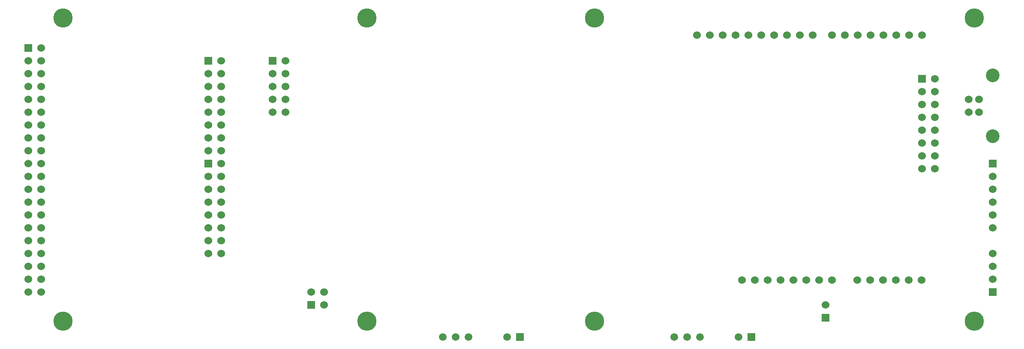
<source format=gbs>
G04 #@! TF.GenerationSoftware,KiCad,Pcbnew,(2018-02-14 revision 6afdf1cf8)-makepkg*
G04 #@! TF.CreationDate,2018-02-15T17:47:45+13:00*
G04 #@! TF.ProjectId,arduino-ads129x,61726475696E6F2D616473313239782E,rev?*
G04 #@! TF.SameCoordinates,Original*
G04 #@! TF.FileFunction,Soldermask,Bot*
G04 #@! TF.FilePolarity,Negative*
%FSLAX46Y46*%
G04 Gerber Fmt 4.6, Leading zero omitted, Abs format (unit mm)*
G04 Created by KiCad (PCBNEW (2018-02-14 revision 6afdf1cf8)-makepkg) date 02/15/18 17:47:45*
%MOMM*%
%LPD*%
G01*
G04 APERTURE LIST*
%ADD10R,1.501140X1.501140*%
%ADD11C,1.501140*%
%ADD12R,1.524000X1.524000*%
%ADD13C,1.524000*%
%ADD14C,2.700020*%
%ADD15C,3.797300*%
G04 APERTURE END LIST*
D10*
X183515000Y-115570000D03*
D11*
X180975000Y-115570000D03*
X173355000Y-115570000D03*
X170815000Y-115570000D03*
X168275000Y-115570000D03*
D12*
X88900000Y-60960000D03*
D13*
X91440000Y-60960000D03*
X88900000Y-63500000D03*
X91440000Y-63500000D03*
X88900000Y-66040000D03*
X91440000Y-66040000D03*
X88900000Y-68580000D03*
X91440000Y-68580000D03*
X88900000Y-71120000D03*
X91440000Y-71120000D03*
X181584600Y-104343200D03*
X184124600Y-104343200D03*
X186664600Y-104343200D03*
X189204600Y-104343200D03*
X191744600Y-104343200D03*
X194284600Y-104343200D03*
X196824600Y-104343200D03*
X199364600Y-104343200D03*
X204419200Y-104343200D03*
X206959200Y-104343200D03*
X209499200Y-104343200D03*
X212039200Y-104343200D03*
X214579200Y-104343200D03*
X217119200Y-104343200D03*
X217195400Y-77216000D03*
X217195400Y-79756000D03*
X217195400Y-82296000D03*
X219735400Y-82296000D03*
X219735400Y-79756000D03*
X219735400Y-77216000D03*
X217195400Y-55880000D03*
X214655400Y-55880000D03*
X212115400Y-55880000D03*
X209575400Y-55880000D03*
X207035400Y-55880000D03*
X204495400Y-55880000D03*
X201955400Y-55880000D03*
X199415400Y-55880000D03*
X195580000Y-55880000D03*
X193040000Y-55880000D03*
X190500000Y-55880000D03*
X187960000Y-55880000D03*
X185420000Y-55880000D03*
X182880000Y-55880000D03*
X180340000Y-55880000D03*
X177800000Y-55880000D03*
X175260000Y-55880000D03*
X172720000Y-55880000D03*
D12*
X40640000Y-58420000D03*
D13*
X43180000Y-58420000D03*
X40640000Y-71120000D03*
X43180000Y-60960000D03*
X40640000Y-73660000D03*
X43180000Y-63500000D03*
X40640000Y-76200000D03*
X43180000Y-66040000D03*
X40640000Y-78740000D03*
X43180000Y-68580000D03*
X40640000Y-81280000D03*
X43180000Y-71120000D03*
X40640000Y-83820000D03*
X43180000Y-73660000D03*
X40640000Y-86360000D03*
X43180000Y-76200000D03*
X40640000Y-88900000D03*
X43180000Y-78740000D03*
X40640000Y-91440000D03*
X43180000Y-81280000D03*
X40640000Y-93980000D03*
X43180000Y-83820000D03*
X40640000Y-96520000D03*
X43180000Y-86360000D03*
X43180000Y-88900000D03*
X40640000Y-99060000D03*
X43180000Y-91440000D03*
X43180000Y-96520000D03*
X43180000Y-99060000D03*
X43180000Y-101600000D03*
X43180000Y-104140000D03*
X40640000Y-101600000D03*
X40640000Y-104140000D03*
X40640000Y-60960000D03*
X40640000Y-63500000D03*
X40640000Y-66040000D03*
X40640000Y-68580000D03*
X40640000Y-106680000D03*
X43180000Y-106680000D03*
X43180000Y-93980000D03*
D12*
X231140000Y-106680000D03*
D13*
X231140000Y-104140000D03*
X231140000Y-101600000D03*
X231140000Y-99060000D03*
D12*
X231140000Y-81280000D03*
D13*
X231140000Y-83820000D03*
X231140000Y-86360000D03*
X231140000Y-88900000D03*
X231140000Y-91440000D03*
X231140000Y-93980000D03*
D10*
X137795000Y-115570000D03*
D11*
X135255000Y-115570000D03*
X127635000Y-115570000D03*
X125095000Y-115570000D03*
X122555000Y-115570000D03*
D12*
X198120000Y-111760000D03*
D13*
X198120000Y-109220000D03*
D12*
X96520000Y-109220000D03*
D13*
X96520000Y-106680000D03*
X99060000Y-109220000D03*
X99060000Y-106680000D03*
X226441000Y-68580000D03*
X226441000Y-71120000D03*
X228439980Y-71120000D03*
X228439980Y-68580000D03*
D14*
X231140000Y-63850520D03*
X231140000Y-75849480D03*
D12*
X76200000Y-81280000D03*
D13*
X78740000Y-81280000D03*
X76200000Y-83820000D03*
X78740000Y-83820000D03*
X76200000Y-86360000D03*
X78740000Y-86360000D03*
X76200000Y-88900000D03*
X78740000Y-88900000D03*
X76200000Y-91440000D03*
X78740000Y-91440000D03*
X76200000Y-93980000D03*
X78740000Y-93980000D03*
X76200000Y-96520000D03*
X78740000Y-96520000D03*
X76200000Y-99060000D03*
X78740000Y-99060000D03*
D12*
X76200000Y-60960000D03*
D13*
X78740000Y-60960000D03*
X76200000Y-63500000D03*
X78740000Y-63500000D03*
X76200000Y-66040000D03*
X78740000Y-66040000D03*
X76200000Y-68580000D03*
X78740000Y-68580000D03*
X76200000Y-71120000D03*
X78740000Y-71120000D03*
X76200000Y-73660000D03*
X78740000Y-73660000D03*
X76200000Y-76200000D03*
X78740000Y-76200000D03*
X76200000Y-78740000D03*
X78740000Y-78740000D03*
D12*
X217195400Y-64516000D03*
D13*
X219735400Y-64516000D03*
X217195400Y-67056000D03*
X219735400Y-67056000D03*
X217195400Y-69596000D03*
X219735400Y-69596000D03*
X217195400Y-72136000D03*
X219735400Y-72136000D03*
X217195400Y-74676000D03*
X219735400Y-74676000D03*
D15*
X47500540Y-52499260D03*
X47500540Y-112499140D03*
X227500180Y-52499260D03*
X227500180Y-112499140D03*
X152499060Y-112499140D03*
X152499060Y-52499260D03*
X107500420Y-112499140D03*
X107500420Y-52499260D03*
M02*

</source>
